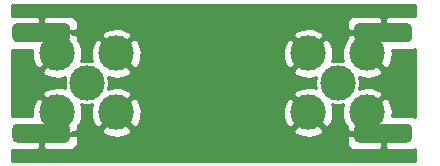
<source format=gbr>
%TF.GenerationSoftware,KiCad,Pcbnew,5.1.9*%
%TF.CreationDate,2021-04-06T14:52:37+03:00*%
%TF.ProjectId,ufilter-pcb,7566696c-7465-4722-9d70-63622e6b6963,r0*%
%TF.SameCoordinates,Original*%
%TF.FileFunction,Copper,L2,Bot*%
%TF.FilePolarity,Positive*%
%FSLAX46Y46*%
G04 Gerber Fmt 4.6, Leading zero omitted, Abs format (unit mm)*
G04 Created by KiCad (PCBNEW 5.1.9) date 2021-04-06 14:52:37*
%MOMM*%
%LPD*%
G01*
G04 APERTURE LIST*
%TA.AperFunction,ComponentPad*%
%ADD10C,3.000000*%
%TD*%
%TA.AperFunction,ViaPad*%
%ADD11C,0.600000*%
%TD*%
%TA.AperFunction,Conductor*%
%ADD12C,0.254000*%
%TD*%
%TA.AperFunction,Conductor*%
%ADD13C,0.100000*%
%TD*%
G04 APERTURE END LIST*
%TO.P,J1,2*%
%TO.N,GND*%
%TA.AperFunction,SMDPad,CuDef*%
G36*
G01*
X64950000Y-23550000D02*
X60850000Y-23550000D01*
G75*
G02*
X60450000Y-23150000I0J400000D01*
G01*
X60450000Y-22350000D01*
G75*
G02*
X60850000Y-21950000I400000J0D01*
G01*
X64950000Y-21950000D01*
G75*
G02*
X65350000Y-22350000I0J-400000D01*
G01*
X65350000Y-23150000D01*
G75*
G02*
X64950000Y-23550000I-400000J0D01*
G01*
G37*
%TD.AperFunction*%
%TA.AperFunction,SMDPad,CuDef*%
G36*
G01*
X64950000Y-32050000D02*
X60850000Y-32050000D01*
G75*
G02*
X60450000Y-31650000I0J400000D01*
G01*
X60450000Y-30850000D01*
G75*
G02*
X60850000Y-30450000I400000J0D01*
G01*
X64950000Y-30450000D01*
G75*
G02*
X65350000Y-30850000I0J-400000D01*
G01*
X65350000Y-31650000D01*
G75*
G02*
X64950000Y-32050000I-400000J0D01*
G01*
G37*
%TD.AperFunction*%
D10*
X69250000Y-24500000D03*
X69250000Y-29500000D03*
X64250000Y-24500000D03*
X64250000Y-29500000D03*
%TO.P,J1,1*%
%TO.N,Net-(C1-Pad1)*%
X66750000Y-27000000D03*
%TD*%
%TO.P,J2,1*%
%TO.N,Net-(C3-Pad1)*%
X88000000Y-27000000D03*
%TO.P,J2,2*%
%TO.N,GND*%
X90500000Y-24500000D03*
X90500000Y-29500000D03*
X85500000Y-24500000D03*
X85500000Y-29500000D03*
%TA.AperFunction,SMDPad,CuDef*%
G36*
G01*
X89800000Y-21950000D02*
X93900000Y-21950000D01*
G75*
G02*
X94300000Y-22350000I0J-400000D01*
G01*
X94300000Y-23150000D01*
G75*
G02*
X93900000Y-23550000I-400000J0D01*
G01*
X89800000Y-23550000D01*
G75*
G02*
X89400000Y-23150000I0J400000D01*
G01*
X89400000Y-22350000D01*
G75*
G02*
X89800000Y-21950000I400000J0D01*
G01*
G37*
%TD.AperFunction*%
%TA.AperFunction,SMDPad,CuDef*%
G36*
G01*
X89800000Y-30450000D02*
X93900000Y-30450000D01*
G75*
G02*
X94300000Y-30850000I0J-400000D01*
G01*
X94300000Y-31650000D01*
G75*
G02*
X93900000Y-32050000I-400000J0D01*
G01*
X89800000Y-32050000D01*
G75*
G02*
X89400000Y-31650000I0J400000D01*
G01*
X89400000Y-30850000D01*
G75*
G02*
X89800000Y-30450000I400000J0D01*
G01*
G37*
%TD.AperFunction*%
%TD*%
D11*
%TO.N,GND*%
X75000000Y-22750000D03*
X77000000Y-22750000D03*
X79000000Y-22750000D03*
X81000000Y-22750000D03*
X82750000Y-22750000D03*
X73000000Y-22750000D03*
X72250000Y-30750000D03*
X74250000Y-30750000D03*
X76250000Y-30750000D03*
X80750000Y-30750000D03*
X82750000Y-30750000D03*
X77500000Y-29750000D03*
X78750000Y-30750000D03*
%TD*%
D12*
%TO.N,GND*%
X94573000Y-21375903D02*
X94544180Y-21360498D01*
X94424482Y-21324188D01*
X94300000Y-21311928D01*
X92135750Y-21315000D01*
X91977000Y-21473750D01*
X91977000Y-22623000D01*
X91997000Y-22623000D01*
X91997000Y-22877000D01*
X91977000Y-22877000D01*
X91977000Y-22897000D01*
X91930086Y-22897000D01*
X91926739Y-22893653D01*
X91923392Y-22897000D01*
X91756999Y-22897000D01*
X91656038Y-22692786D01*
X91518964Y-22623000D01*
X91723000Y-22623000D01*
X91723000Y-21473750D01*
X91564250Y-21315000D01*
X89400000Y-21311928D01*
X89275518Y-21324188D01*
X89155820Y-21360498D01*
X89045506Y-21419463D01*
X88948815Y-21498815D01*
X88869463Y-21595506D01*
X88810498Y-21705820D01*
X88774188Y-21825518D01*
X88761928Y-21950000D01*
X88765000Y-22464250D01*
X88923750Y-22623000D01*
X89474524Y-22623000D01*
X89343962Y-22692786D01*
X89252889Y-22877000D01*
X88923750Y-22877000D01*
X88765000Y-23035750D01*
X88763367Y-23309067D01*
X88692786Y-23343962D01*
X88501980Y-23718745D01*
X88387956Y-24123551D01*
X88355098Y-24542824D01*
X88404666Y-24960451D01*
X88476403Y-25180990D01*
X88184868Y-25123000D01*
X87815132Y-25123000D01*
X87526420Y-25180428D01*
X87612044Y-24876449D01*
X87644902Y-24457176D01*
X87595334Y-24039549D01*
X87465243Y-23639617D01*
X87307214Y-23343962D01*
X86991653Y-23187952D01*
X85679605Y-24500000D01*
X85693748Y-24514143D01*
X85514143Y-24693748D01*
X85500000Y-24679605D01*
X84187952Y-25991653D01*
X84343962Y-26307214D01*
X84718745Y-26498020D01*
X85123551Y-26612044D01*
X85542824Y-26644902D01*
X85960451Y-26595334D01*
X86180990Y-26523597D01*
X86123000Y-26815132D01*
X86123000Y-27184868D01*
X86180428Y-27473580D01*
X85876449Y-27387956D01*
X85457176Y-27355098D01*
X85039549Y-27404666D01*
X84639617Y-27534757D01*
X84343962Y-27692786D01*
X84187952Y-28008347D01*
X85500000Y-29320395D01*
X85514143Y-29306253D01*
X85693748Y-29485858D01*
X85679605Y-29500000D01*
X86991653Y-30812048D01*
X87307214Y-30656038D01*
X87498020Y-30281255D01*
X87612044Y-29876449D01*
X87644902Y-29457176D01*
X87595334Y-29039549D01*
X87523597Y-28819010D01*
X87815132Y-28877000D01*
X88184868Y-28877000D01*
X88473580Y-28819572D01*
X88387956Y-29123551D01*
X88355098Y-29542824D01*
X88404666Y-29960451D01*
X88534757Y-30360383D01*
X88692786Y-30656038D01*
X88763367Y-30690933D01*
X88765000Y-30964250D01*
X88923750Y-31123000D01*
X89252889Y-31123000D01*
X89343962Y-31307214D01*
X89481036Y-31377000D01*
X88923750Y-31377000D01*
X88765000Y-31535750D01*
X88761928Y-32050000D01*
X88774188Y-32174482D01*
X88810498Y-32294180D01*
X88869463Y-32404494D01*
X88948815Y-32501185D01*
X89045506Y-32580537D01*
X89155820Y-32639502D01*
X89275518Y-32675812D01*
X89400000Y-32688072D01*
X91564250Y-32685000D01*
X91723000Y-32526250D01*
X91723000Y-31377000D01*
X91525476Y-31377000D01*
X91656038Y-31307214D01*
X91756999Y-31103000D01*
X91923392Y-31103000D01*
X91926739Y-31106347D01*
X91930086Y-31103000D01*
X91977000Y-31103000D01*
X91977000Y-31123000D01*
X91997000Y-31123000D01*
X91997000Y-31377000D01*
X91977000Y-31377000D01*
X91977000Y-32526250D01*
X92135750Y-32685000D01*
X94300000Y-32688072D01*
X94424482Y-32675812D01*
X94544180Y-32639502D01*
X94573001Y-32624097D01*
X94573001Y-33573000D01*
X60427000Y-33573000D01*
X60427000Y-32685807D01*
X60450000Y-32688072D01*
X62614250Y-32685000D01*
X62773000Y-32526250D01*
X62773000Y-31377000D01*
X62753000Y-31377000D01*
X62753000Y-31123000D01*
X62773000Y-31123000D01*
X62773000Y-31103000D01*
X62819914Y-31103000D01*
X62823261Y-31106347D01*
X62826608Y-31103000D01*
X62993001Y-31103000D01*
X63093962Y-31307214D01*
X63231036Y-31377000D01*
X63027000Y-31377000D01*
X63027000Y-32526250D01*
X63185750Y-32685000D01*
X65350000Y-32688072D01*
X65474482Y-32675812D01*
X65594180Y-32639502D01*
X65704494Y-32580537D01*
X65801185Y-32501185D01*
X65880537Y-32404494D01*
X65939502Y-32294180D01*
X65975812Y-32174482D01*
X65988072Y-32050000D01*
X65985000Y-31535750D01*
X65826250Y-31377000D01*
X65275476Y-31377000D01*
X65406038Y-31307214D01*
X65497111Y-31123000D01*
X65826250Y-31123000D01*
X65957597Y-30991653D01*
X67937952Y-30991653D01*
X68093962Y-31307214D01*
X68468745Y-31498020D01*
X68873551Y-31612044D01*
X69292824Y-31644902D01*
X69710451Y-31595334D01*
X70110383Y-31465243D01*
X70406038Y-31307214D01*
X70562048Y-30991653D01*
X84187952Y-30991653D01*
X84343962Y-31307214D01*
X84718745Y-31498020D01*
X85123551Y-31612044D01*
X85542824Y-31644902D01*
X85960451Y-31595334D01*
X86360383Y-31465243D01*
X86656038Y-31307214D01*
X86812048Y-30991653D01*
X85500000Y-29679605D01*
X84187952Y-30991653D01*
X70562048Y-30991653D01*
X69250000Y-29679605D01*
X67937952Y-30991653D01*
X65957597Y-30991653D01*
X65985000Y-30964250D01*
X65986633Y-30690933D01*
X66057214Y-30656038D01*
X66248020Y-30281255D01*
X66362044Y-29876449D01*
X66394902Y-29457176D01*
X66345334Y-29039549D01*
X66273597Y-28819010D01*
X66565132Y-28877000D01*
X66934868Y-28877000D01*
X67223580Y-28819572D01*
X67137956Y-29123551D01*
X67105098Y-29542824D01*
X67154666Y-29960451D01*
X67284757Y-30360383D01*
X67442786Y-30656038D01*
X67758347Y-30812048D01*
X69070395Y-29500000D01*
X69429605Y-29500000D01*
X70741653Y-30812048D01*
X71057214Y-30656038D01*
X71248020Y-30281255D01*
X71362044Y-29876449D01*
X71388189Y-29542824D01*
X83355098Y-29542824D01*
X83404666Y-29960451D01*
X83534757Y-30360383D01*
X83692786Y-30656038D01*
X84008347Y-30812048D01*
X85320395Y-29500000D01*
X84008347Y-28187952D01*
X83692786Y-28343962D01*
X83501980Y-28718745D01*
X83387956Y-29123551D01*
X83355098Y-29542824D01*
X71388189Y-29542824D01*
X71394902Y-29457176D01*
X71345334Y-29039549D01*
X71215243Y-28639617D01*
X71057214Y-28343962D01*
X70741653Y-28187952D01*
X69429605Y-29500000D01*
X69070395Y-29500000D01*
X69056253Y-29485858D01*
X69235858Y-29306253D01*
X69250000Y-29320395D01*
X70562048Y-28008347D01*
X70406038Y-27692786D01*
X70031255Y-27501980D01*
X69626449Y-27387956D01*
X69207176Y-27355098D01*
X68789549Y-27404666D01*
X68569010Y-27476403D01*
X68627000Y-27184868D01*
X68627000Y-26815132D01*
X68569572Y-26526420D01*
X68873551Y-26612044D01*
X69292824Y-26644902D01*
X69710451Y-26595334D01*
X70110383Y-26465243D01*
X70406038Y-26307214D01*
X70562048Y-25991653D01*
X69250000Y-24679605D01*
X69235858Y-24693748D01*
X69056253Y-24514143D01*
X69070395Y-24500000D01*
X69429605Y-24500000D01*
X70741653Y-25812048D01*
X71057214Y-25656038D01*
X71248020Y-25281255D01*
X71362044Y-24876449D01*
X71388189Y-24542824D01*
X83355098Y-24542824D01*
X83404666Y-24960451D01*
X83534757Y-25360383D01*
X83692786Y-25656038D01*
X84008347Y-25812048D01*
X85320395Y-24500000D01*
X84008347Y-23187952D01*
X83692786Y-23343962D01*
X83501980Y-23718745D01*
X83387956Y-24123551D01*
X83355098Y-24542824D01*
X71388189Y-24542824D01*
X71394902Y-24457176D01*
X71345334Y-24039549D01*
X71215243Y-23639617D01*
X71057214Y-23343962D01*
X70741653Y-23187952D01*
X69429605Y-24500000D01*
X69070395Y-24500000D01*
X67758347Y-23187952D01*
X67442786Y-23343962D01*
X67251980Y-23718745D01*
X67137956Y-24123551D01*
X67105098Y-24542824D01*
X67154666Y-24960451D01*
X67226403Y-25180990D01*
X66934868Y-25123000D01*
X66565132Y-25123000D01*
X66276420Y-25180428D01*
X66362044Y-24876449D01*
X66394902Y-24457176D01*
X66345334Y-24039549D01*
X66215243Y-23639617D01*
X66057214Y-23343962D01*
X65986633Y-23309067D01*
X65985000Y-23035750D01*
X65957597Y-23008347D01*
X67937952Y-23008347D01*
X69250000Y-24320395D01*
X70562048Y-23008347D01*
X84187952Y-23008347D01*
X85500000Y-24320395D01*
X86812048Y-23008347D01*
X86656038Y-22692786D01*
X86281255Y-22501980D01*
X85876449Y-22387956D01*
X85457176Y-22355098D01*
X85039549Y-22404666D01*
X84639617Y-22534757D01*
X84343962Y-22692786D01*
X84187952Y-23008347D01*
X70562048Y-23008347D01*
X70406038Y-22692786D01*
X70031255Y-22501980D01*
X69626449Y-22387956D01*
X69207176Y-22355098D01*
X68789549Y-22404666D01*
X68389617Y-22534757D01*
X68093962Y-22692786D01*
X67937952Y-23008347D01*
X65957597Y-23008347D01*
X65826250Y-22877000D01*
X65497111Y-22877000D01*
X65406038Y-22692786D01*
X65268964Y-22623000D01*
X65826250Y-22623000D01*
X65985000Y-22464250D01*
X65988072Y-21950000D01*
X65975812Y-21825518D01*
X65939502Y-21705820D01*
X65880537Y-21595506D01*
X65801185Y-21498815D01*
X65704494Y-21419463D01*
X65594180Y-21360498D01*
X65474482Y-21324188D01*
X65350000Y-21311928D01*
X63185750Y-21315000D01*
X63027000Y-21473750D01*
X63027000Y-22623000D01*
X63224524Y-22623000D01*
X63093962Y-22692786D01*
X62993001Y-22897000D01*
X62826608Y-22897000D01*
X62823261Y-22893653D01*
X62819914Y-22897000D01*
X62773000Y-22897000D01*
X62773000Y-22877000D01*
X62753000Y-22877000D01*
X62753000Y-22623000D01*
X62773000Y-22623000D01*
X62773000Y-21473750D01*
X62614250Y-21315000D01*
X60450000Y-21311928D01*
X60427000Y-21314193D01*
X60427000Y-20427000D01*
X94573000Y-20427000D01*
X94573000Y-21375903D01*
%TA.AperFunction,Conductor*%
D13*
G36*
X94573000Y-21375903D02*
G01*
X94544180Y-21360498D01*
X94424482Y-21324188D01*
X94300000Y-21311928D01*
X92135750Y-21315000D01*
X91977000Y-21473750D01*
X91977000Y-22623000D01*
X91997000Y-22623000D01*
X91997000Y-22877000D01*
X91977000Y-22877000D01*
X91977000Y-22897000D01*
X91930086Y-22897000D01*
X91926739Y-22893653D01*
X91923392Y-22897000D01*
X91756999Y-22897000D01*
X91656038Y-22692786D01*
X91518964Y-22623000D01*
X91723000Y-22623000D01*
X91723000Y-21473750D01*
X91564250Y-21315000D01*
X89400000Y-21311928D01*
X89275518Y-21324188D01*
X89155820Y-21360498D01*
X89045506Y-21419463D01*
X88948815Y-21498815D01*
X88869463Y-21595506D01*
X88810498Y-21705820D01*
X88774188Y-21825518D01*
X88761928Y-21950000D01*
X88765000Y-22464250D01*
X88923750Y-22623000D01*
X89474524Y-22623000D01*
X89343962Y-22692786D01*
X89252889Y-22877000D01*
X88923750Y-22877000D01*
X88765000Y-23035750D01*
X88763367Y-23309067D01*
X88692786Y-23343962D01*
X88501980Y-23718745D01*
X88387956Y-24123551D01*
X88355098Y-24542824D01*
X88404666Y-24960451D01*
X88476403Y-25180990D01*
X88184868Y-25123000D01*
X87815132Y-25123000D01*
X87526420Y-25180428D01*
X87612044Y-24876449D01*
X87644902Y-24457176D01*
X87595334Y-24039549D01*
X87465243Y-23639617D01*
X87307214Y-23343962D01*
X86991653Y-23187952D01*
X85679605Y-24500000D01*
X85693748Y-24514143D01*
X85514143Y-24693748D01*
X85500000Y-24679605D01*
X84187952Y-25991653D01*
X84343962Y-26307214D01*
X84718745Y-26498020D01*
X85123551Y-26612044D01*
X85542824Y-26644902D01*
X85960451Y-26595334D01*
X86180990Y-26523597D01*
X86123000Y-26815132D01*
X86123000Y-27184868D01*
X86180428Y-27473580D01*
X85876449Y-27387956D01*
X85457176Y-27355098D01*
X85039549Y-27404666D01*
X84639617Y-27534757D01*
X84343962Y-27692786D01*
X84187952Y-28008347D01*
X85500000Y-29320395D01*
X85514143Y-29306253D01*
X85693748Y-29485858D01*
X85679605Y-29500000D01*
X86991653Y-30812048D01*
X87307214Y-30656038D01*
X87498020Y-30281255D01*
X87612044Y-29876449D01*
X87644902Y-29457176D01*
X87595334Y-29039549D01*
X87523597Y-28819010D01*
X87815132Y-28877000D01*
X88184868Y-28877000D01*
X88473580Y-28819572D01*
X88387956Y-29123551D01*
X88355098Y-29542824D01*
X88404666Y-29960451D01*
X88534757Y-30360383D01*
X88692786Y-30656038D01*
X88763367Y-30690933D01*
X88765000Y-30964250D01*
X88923750Y-31123000D01*
X89252889Y-31123000D01*
X89343962Y-31307214D01*
X89481036Y-31377000D01*
X88923750Y-31377000D01*
X88765000Y-31535750D01*
X88761928Y-32050000D01*
X88774188Y-32174482D01*
X88810498Y-32294180D01*
X88869463Y-32404494D01*
X88948815Y-32501185D01*
X89045506Y-32580537D01*
X89155820Y-32639502D01*
X89275518Y-32675812D01*
X89400000Y-32688072D01*
X91564250Y-32685000D01*
X91723000Y-32526250D01*
X91723000Y-31377000D01*
X91525476Y-31377000D01*
X91656038Y-31307214D01*
X91756999Y-31103000D01*
X91923392Y-31103000D01*
X91926739Y-31106347D01*
X91930086Y-31103000D01*
X91977000Y-31103000D01*
X91977000Y-31123000D01*
X91997000Y-31123000D01*
X91997000Y-31377000D01*
X91977000Y-31377000D01*
X91977000Y-32526250D01*
X92135750Y-32685000D01*
X94300000Y-32688072D01*
X94424482Y-32675812D01*
X94544180Y-32639502D01*
X94573001Y-32624097D01*
X94573001Y-33573000D01*
X60427000Y-33573000D01*
X60427000Y-32685807D01*
X60450000Y-32688072D01*
X62614250Y-32685000D01*
X62773000Y-32526250D01*
X62773000Y-31377000D01*
X62753000Y-31377000D01*
X62753000Y-31123000D01*
X62773000Y-31123000D01*
X62773000Y-31103000D01*
X62819914Y-31103000D01*
X62823261Y-31106347D01*
X62826608Y-31103000D01*
X62993001Y-31103000D01*
X63093962Y-31307214D01*
X63231036Y-31377000D01*
X63027000Y-31377000D01*
X63027000Y-32526250D01*
X63185750Y-32685000D01*
X65350000Y-32688072D01*
X65474482Y-32675812D01*
X65594180Y-32639502D01*
X65704494Y-32580537D01*
X65801185Y-32501185D01*
X65880537Y-32404494D01*
X65939502Y-32294180D01*
X65975812Y-32174482D01*
X65988072Y-32050000D01*
X65985000Y-31535750D01*
X65826250Y-31377000D01*
X65275476Y-31377000D01*
X65406038Y-31307214D01*
X65497111Y-31123000D01*
X65826250Y-31123000D01*
X65957597Y-30991653D01*
X67937952Y-30991653D01*
X68093962Y-31307214D01*
X68468745Y-31498020D01*
X68873551Y-31612044D01*
X69292824Y-31644902D01*
X69710451Y-31595334D01*
X70110383Y-31465243D01*
X70406038Y-31307214D01*
X70562048Y-30991653D01*
X84187952Y-30991653D01*
X84343962Y-31307214D01*
X84718745Y-31498020D01*
X85123551Y-31612044D01*
X85542824Y-31644902D01*
X85960451Y-31595334D01*
X86360383Y-31465243D01*
X86656038Y-31307214D01*
X86812048Y-30991653D01*
X85500000Y-29679605D01*
X84187952Y-30991653D01*
X70562048Y-30991653D01*
X69250000Y-29679605D01*
X67937952Y-30991653D01*
X65957597Y-30991653D01*
X65985000Y-30964250D01*
X65986633Y-30690933D01*
X66057214Y-30656038D01*
X66248020Y-30281255D01*
X66362044Y-29876449D01*
X66394902Y-29457176D01*
X66345334Y-29039549D01*
X66273597Y-28819010D01*
X66565132Y-28877000D01*
X66934868Y-28877000D01*
X67223580Y-28819572D01*
X67137956Y-29123551D01*
X67105098Y-29542824D01*
X67154666Y-29960451D01*
X67284757Y-30360383D01*
X67442786Y-30656038D01*
X67758347Y-30812048D01*
X69070395Y-29500000D01*
X69429605Y-29500000D01*
X70741653Y-30812048D01*
X71057214Y-30656038D01*
X71248020Y-30281255D01*
X71362044Y-29876449D01*
X71388189Y-29542824D01*
X83355098Y-29542824D01*
X83404666Y-29960451D01*
X83534757Y-30360383D01*
X83692786Y-30656038D01*
X84008347Y-30812048D01*
X85320395Y-29500000D01*
X84008347Y-28187952D01*
X83692786Y-28343962D01*
X83501980Y-28718745D01*
X83387956Y-29123551D01*
X83355098Y-29542824D01*
X71388189Y-29542824D01*
X71394902Y-29457176D01*
X71345334Y-29039549D01*
X71215243Y-28639617D01*
X71057214Y-28343962D01*
X70741653Y-28187952D01*
X69429605Y-29500000D01*
X69070395Y-29500000D01*
X69056253Y-29485858D01*
X69235858Y-29306253D01*
X69250000Y-29320395D01*
X70562048Y-28008347D01*
X70406038Y-27692786D01*
X70031255Y-27501980D01*
X69626449Y-27387956D01*
X69207176Y-27355098D01*
X68789549Y-27404666D01*
X68569010Y-27476403D01*
X68627000Y-27184868D01*
X68627000Y-26815132D01*
X68569572Y-26526420D01*
X68873551Y-26612044D01*
X69292824Y-26644902D01*
X69710451Y-26595334D01*
X70110383Y-26465243D01*
X70406038Y-26307214D01*
X70562048Y-25991653D01*
X69250000Y-24679605D01*
X69235858Y-24693748D01*
X69056253Y-24514143D01*
X69070395Y-24500000D01*
X69429605Y-24500000D01*
X70741653Y-25812048D01*
X71057214Y-25656038D01*
X71248020Y-25281255D01*
X71362044Y-24876449D01*
X71388189Y-24542824D01*
X83355098Y-24542824D01*
X83404666Y-24960451D01*
X83534757Y-25360383D01*
X83692786Y-25656038D01*
X84008347Y-25812048D01*
X85320395Y-24500000D01*
X84008347Y-23187952D01*
X83692786Y-23343962D01*
X83501980Y-23718745D01*
X83387956Y-24123551D01*
X83355098Y-24542824D01*
X71388189Y-24542824D01*
X71394902Y-24457176D01*
X71345334Y-24039549D01*
X71215243Y-23639617D01*
X71057214Y-23343962D01*
X70741653Y-23187952D01*
X69429605Y-24500000D01*
X69070395Y-24500000D01*
X67758347Y-23187952D01*
X67442786Y-23343962D01*
X67251980Y-23718745D01*
X67137956Y-24123551D01*
X67105098Y-24542824D01*
X67154666Y-24960451D01*
X67226403Y-25180990D01*
X66934868Y-25123000D01*
X66565132Y-25123000D01*
X66276420Y-25180428D01*
X66362044Y-24876449D01*
X66394902Y-24457176D01*
X66345334Y-24039549D01*
X66215243Y-23639617D01*
X66057214Y-23343962D01*
X65986633Y-23309067D01*
X65985000Y-23035750D01*
X65957597Y-23008347D01*
X67937952Y-23008347D01*
X69250000Y-24320395D01*
X70562048Y-23008347D01*
X84187952Y-23008347D01*
X85500000Y-24320395D01*
X86812048Y-23008347D01*
X86656038Y-22692786D01*
X86281255Y-22501980D01*
X85876449Y-22387956D01*
X85457176Y-22355098D01*
X85039549Y-22404666D01*
X84639617Y-22534757D01*
X84343962Y-22692786D01*
X84187952Y-23008347D01*
X70562048Y-23008347D01*
X70406038Y-22692786D01*
X70031255Y-22501980D01*
X69626449Y-22387956D01*
X69207176Y-22355098D01*
X68789549Y-22404666D01*
X68389617Y-22534757D01*
X68093962Y-22692786D01*
X67937952Y-23008347D01*
X65957597Y-23008347D01*
X65826250Y-22877000D01*
X65497111Y-22877000D01*
X65406038Y-22692786D01*
X65268964Y-22623000D01*
X65826250Y-22623000D01*
X65985000Y-22464250D01*
X65988072Y-21950000D01*
X65975812Y-21825518D01*
X65939502Y-21705820D01*
X65880537Y-21595506D01*
X65801185Y-21498815D01*
X65704494Y-21419463D01*
X65594180Y-21360498D01*
X65474482Y-21324188D01*
X65350000Y-21311928D01*
X63185750Y-21315000D01*
X63027000Y-21473750D01*
X63027000Y-22623000D01*
X63224524Y-22623000D01*
X63093962Y-22692786D01*
X62993001Y-22897000D01*
X62826608Y-22897000D01*
X62823261Y-22893653D01*
X62819914Y-22897000D01*
X62773000Y-22897000D01*
X62773000Y-22877000D01*
X62753000Y-22877000D01*
X62753000Y-22623000D01*
X62773000Y-22623000D01*
X62773000Y-21473750D01*
X62614250Y-21315000D01*
X60450000Y-21311928D01*
X60427000Y-21314193D01*
X60427000Y-20427000D01*
X94573000Y-20427000D01*
X94573000Y-21375903D01*
G37*
%TD.AperFunction*%
D12*
X94573001Y-29875903D02*
X94544180Y-29860498D01*
X94424482Y-29824188D01*
X94300000Y-29811928D01*
X92616913Y-29814317D01*
X92644902Y-29457176D01*
X92595334Y-29039549D01*
X92465243Y-28639617D01*
X92307214Y-28343962D01*
X91991653Y-28187952D01*
X90679605Y-29500000D01*
X90693748Y-29514143D01*
X90514143Y-29693748D01*
X90500000Y-29679605D01*
X90485858Y-29693748D01*
X90306253Y-29514143D01*
X90320395Y-29500000D01*
X90306253Y-29485858D01*
X90485858Y-29306253D01*
X90500000Y-29320395D01*
X91812048Y-28008347D01*
X91656038Y-27692786D01*
X91281255Y-27501980D01*
X90876449Y-27387956D01*
X90457176Y-27355098D01*
X90039549Y-27404666D01*
X89819010Y-27476403D01*
X89877000Y-27184868D01*
X89877000Y-26815132D01*
X89819572Y-26526420D01*
X90123551Y-26612044D01*
X90542824Y-26644902D01*
X90960451Y-26595334D01*
X91360383Y-26465243D01*
X91656038Y-26307214D01*
X91812048Y-25991653D01*
X90500000Y-24679605D01*
X90485858Y-24693748D01*
X90306253Y-24514143D01*
X90320395Y-24500000D01*
X90306253Y-24485858D01*
X90485858Y-24306253D01*
X90500000Y-24320395D01*
X90514143Y-24306253D01*
X90693748Y-24485858D01*
X90679605Y-24500000D01*
X91991653Y-25812048D01*
X92307214Y-25656038D01*
X92498020Y-25281255D01*
X92612044Y-24876449D01*
X92644902Y-24457176D01*
X92612678Y-24185677D01*
X94300000Y-24188072D01*
X94424482Y-24175812D01*
X94544180Y-24139502D01*
X94573000Y-24124097D01*
X94573001Y-29875903D01*
%TA.AperFunction,Conductor*%
D13*
G36*
X94573001Y-29875903D02*
G01*
X94544180Y-29860498D01*
X94424482Y-29824188D01*
X94300000Y-29811928D01*
X92616913Y-29814317D01*
X92644902Y-29457176D01*
X92595334Y-29039549D01*
X92465243Y-28639617D01*
X92307214Y-28343962D01*
X91991653Y-28187952D01*
X90679605Y-29500000D01*
X90693748Y-29514143D01*
X90514143Y-29693748D01*
X90500000Y-29679605D01*
X90485858Y-29693748D01*
X90306253Y-29514143D01*
X90320395Y-29500000D01*
X90306253Y-29485858D01*
X90485858Y-29306253D01*
X90500000Y-29320395D01*
X91812048Y-28008347D01*
X91656038Y-27692786D01*
X91281255Y-27501980D01*
X90876449Y-27387956D01*
X90457176Y-27355098D01*
X90039549Y-27404666D01*
X89819010Y-27476403D01*
X89877000Y-27184868D01*
X89877000Y-26815132D01*
X89819572Y-26526420D01*
X90123551Y-26612044D01*
X90542824Y-26644902D01*
X90960451Y-26595334D01*
X91360383Y-26465243D01*
X91656038Y-26307214D01*
X91812048Y-25991653D01*
X90500000Y-24679605D01*
X90485858Y-24693748D01*
X90306253Y-24514143D01*
X90320395Y-24500000D01*
X90306253Y-24485858D01*
X90485858Y-24306253D01*
X90500000Y-24320395D01*
X90514143Y-24306253D01*
X90693748Y-24485858D01*
X90679605Y-24500000D01*
X91991653Y-25812048D01*
X92307214Y-25656038D01*
X92498020Y-25281255D01*
X92612044Y-24876449D01*
X92644902Y-24457176D01*
X92612678Y-24185677D01*
X94300000Y-24188072D01*
X94424482Y-24175812D01*
X94544180Y-24139502D01*
X94573000Y-24124097D01*
X94573001Y-29875903D01*
G37*
%TD.AperFunction*%
D12*
X62105098Y-24542824D02*
X62154666Y-24960451D01*
X62284757Y-25360383D01*
X62442786Y-25656038D01*
X62758347Y-25812048D01*
X64070395Y-24500000D01*
X64056253Y-24485858D01*
X64235858Y-24306253D01*
X64250000Y-24320395D01*
X64264143Y-24306253D01*
X64443748Y-24485858D01*
X64429605Y-24500000D01*
X64443748Y-24514143D01*
X64264143Y-24693748D01*
X64250000Y-24679605D01*
X62937952Y-25991653D01*
X63093962Y-26307214D01*
X63468745Y-26498020D01*
X63873551Y-26612044D01*
X64292824Y-26644902D01*
X64710451Y-26595334D01*
X64930990Y-26523597D01*
X64873000Y-26815132D01*
X64873000Y-27184868D01*
X64930428Y-27473580D01*
X64626449Y-27387956D01*
X64207176Y-27355098D01*
X63789549Y-27404666D01*
X63389617Y-27534757D01*
X63093962Y-27692786D01*
X62937952Y-28008347D01*
X64250000Y-29320395D01*
X64264143Y-29306253D01*
X64443748Y-29485858D01*
X64429605Y-29500000D01*
X64443748Y-29514143D01*
X64264143Y-29693748D01*
X64250000Y-29679605D01*
X64235858Y-29693748D01*
X64056253Y-29514143D01*
X64070395Y-29500000D01*
X62758347Y-28187952D01*
X62442786Y-28343962D01*
X62251980Y-28718745D01*
X62137956Y-29123551D01*
X62105098Y-29542824D01*
X62137322Y-29814323D01*
X60450000Y-29811928D01*
X60427000Y-29814193D01*
X60427000Y-24185807D01*
X60450000Y-24188072D01*
X62133087Y-24185683D01*
X62105098Y-24542824D01*
%TA.AperFunction,Conductor*%
D13*
G36*
X62105098Y-24542824D02*
G01*
X62154666Y-24960451D01*
X62284757Y-25360383D01*
X62442786Y-25656038D01*
X62758347Y-25812048D01*
X64070395Y-24500000D01*
X64056253Y-24485858D01*
X64235858Y-24306253D01*
X64250000Y-24320395D01*
X64264143Y-24306253D01*
X64443748Y-24485858D01*
X64429605Y-24500000D01*
X64443748Y-24514143D01*
X64264143Y-24693748D01*
X64250000Y-24679605D01*
X62937952Y-25991653D01*
X63093962Y-26307214D01*
X63468745Y-26498020D01*
X63873551Y-26612044D01*
X64292824Y-26644902D01*
X64710451Y-26595334D01*
X64930990Y-26523597D01*
X64873000Y-26815132D01*
X64873000Y-27184868D01*
X64930428Y-27473580D01*
X64626449Y-27387956D01*
X64207176Y-27355098D01*
X63789549Y-27404666D01*
X63389617Y-27534757D01*
X63093962Y-27692786D01*
X62937952Y-28008347D01*
X64250000Y-29320395D01*
X64264143Y-29306253D01*
X64443748Y-29485858D01*
X64429605Y-29500000D01*
X64443748Y-29514143D01*
X64264143Y-29693748D01*
X64250000Y-29679605D01*
X64235858Y-29693748D01*
X64056253Y-29514143D01*
X64070395Y-29500000D01*
X62758347Y-28187952D01*
X62442786Y-28343962D01*
X62251980Y-28718745D01*
X62137956Y-29123551D01*
X62105098Y-29542824D01*
X62137322Y-29814323D01*
X60450000Y-29811928D01*
X60427000Y-29814193D01*
X60427000Y-24185807D01*
X60450000Y-24188072D01*
X62133087Y-24185683D01*
X62105098Y-24542824D01*
G37*
%TD.AperFunction*%
%TD*%
M02*

</source>
